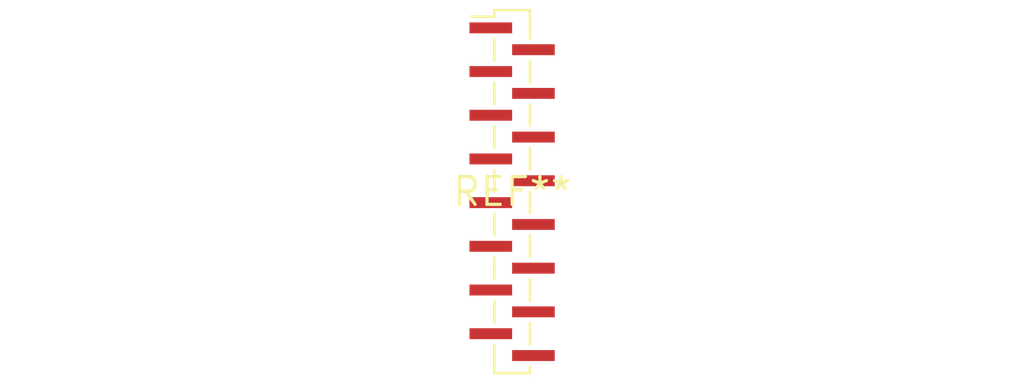
<source format=kicad_pcb>
(kicad_pcb (version 20240108) (generator pcbnew)
  (layers (0 "F.Cu" signal) (31 "B.Cu" signal) (34 "B.Paste" user) (35 "F.Paste" user) (36 "B.SilkS" user "B.Silkscreen") (37 "F.SilkS" user "F.Silkscreen") (38 "B.Mask" user) (39 "F.Mask" user) (44 "Edge.Cuts" user))
  (net 0 "")
  (footprint "PinSocket_1x16_P1.00mm_Vertical_SMD_Pin1Left" (layer "F.Cu") (at 0 0)
    (property "Reference" "REF**")
    (property "Value" "PinSocket_1x16_P1.00mm_Vertical_SMD_Pin1Left")
    (fp_line (start -1.89 -8.01) (end -0.81 -8.01) (layer "F.SilkS") (stroke (width 0.12)))
    (fp_line (start -0.81 -8.31) (end -0.81 -8.01) (layer "F.SilkS") (stroke (width 0.12)))
    (fp_line (start -0.81 -8.31) (end 0.81 -8.31) (layer "F.SilkS") (stroke (width 0.12)))
    (fp_line (start -0.81 -6.99) (end -0.81 -6.01) (layer "F.SilkS") (stroke (width 0.12)))
    (fp_line (start -0.81 -4.99) (end -0.81 -4.01) (layer "F.SilkS") (stroke (width 0.12)))
    (fp_line (start -0.81 -2.99) (end -0.81 -2.01) (layer "F.SilkS") (stroke (width 0.12)))
    (fp_line (start -0.81 -0.99) (end -0.81 -0.01) (layer "F.SilkS") (stroke (width 0.12)))
    (fp_line (start -0.81 1.01) (end -0.81 1.99) (layer "F.SilkS") (stroke (width 0.12)))
    (fp_line (start -0.81 3.01) (end -0.81 3.99) (layer "F.SilkS") (stroke (width 0.12)))
    (fp_line (start -0.81 5.01) (end -0.81 5.99) (layer "F.SilkS") (stroke (width 0.12)))
    (fp_line (start -0.81 7.01) (end -0.81 8.31) (layer "F.SilkS") (stroke (width 0.12)))
    (fp_line (start -0.81 8.31) (end 0.81 8.31) (layer "F.SilkS") (stroke (width 0.12)))
    (fp_line (start 0.81 -8.31) (end 0.81 -7.01) (layer "F.SilkS") (stroke (width 0.12)))
    (fp_line (start 0.81 -5.99) (end 0.81 -5.01) (layer "F.SilkS") (stroke (width 0.12)))
    (fp_line (start 0.81 -3.99) (end 0.81 -3.01) (layer "F.SilkS") (stroke (width 0.12)))
    (fp_line (start 0.81 -1.99) (end 0.81 -1.01) (layer "F.SilkS") (stroke (width 0.12)))
    (fp_line (start 0.81 0.01) (end 0.81 0.99) (layer "F.SilkS") (stroke (width 0.12)))
    (fp_line (start 0.81 2.01) (end 0.81 2.99) (layer "F.SilkS") (stroke (width 0.12)))
    (fp_line (start 0.81 4.01) (end 0.81 4.99) (layer "F.SilkS") (stroke (width 0.12)))
    (fp_line (start 0.81 6.01) (end 0.81 6.99) (layer "F.SilkS") (stroke (width 0.12)))
    (fp_line (start 0.81 8.01) (end 0.81 8.31) (layer "F.SilkS") (stroke (width 0.12)))
    (pad "1" smd rect (at -0.975 -7.5) (size 1.95 0.5) (layers "F.Cu" "F.Paste" "F.Mask"))
    (pad "2" smd rect (at 0.975 -6.5) (size 1.95 0.5) (layers "F.Cu" "F.Paste" "F.Mask"))
    (pad "3" smd rect (at -0.975 -5.5) (size 1.95 0.5) (layers "F.Cu" "F.Paste" "F.Mask"))
    (pad "4" smd rect (at 0.975 -4.5) (size 1.95 0.5) (layers "F.Cu" "F.Paste" "F.Mask"))
    (pad "5" smd rect (at -0.975 -3.5) (size 1.95 0.5) (layers "F.Cu" "F.Paste" "F.Mask"))
    (pad "6" smd rect (at 0.975 -2.5) (size 1.95 0.5) (layers "F.Cu" "F.Paste" "F.Mask"))
    (pad "7" smd rect (at -0.975 -1.5) (size 1.95 0.5) (layers "F.Cu" "F.Paste" "F.Mask"))
    (pad "8" smd rect (at 0.975 -0.5) (size 1.95 0.5) (layers "F.Cu" "F.Paste" "F.Mask"))
    (pad "9" smd rect (at -0.975 0.5) (size 1.95 0.5) (layers "F.Cu" "F.Paste" "F.Mask"))
    (pad "10" smd rect (at 0.975 1.5) (size 1.95 0.5) (layers "F.Cu" "F.Paste" "F.Mask"))
    (pad "11" smd rect (at -0.975 2.5) (size 1.95 0.5) (layers "F.Cu" "F.Paste" "F.Mask"))
    (pad "12" smd rect (at 0.975 3.5) (size 1.95 0.5) (layers "F.Cu" "F.Paste" "F.Mask"))
    (pad "13" smd rect (at -0.975 4.5) (size 1.95 0.5) (layers "F.Cu" "F.Paste" "F.Mask"))
    (pad "14" smd rect (at 0.975 5.5) (size 1.95 0.5) (layers "F.Cu" "F.Paste" "F.Mask"))
    (pad "15" smd rect (at -0.975 6.5) (size 1.95 0.5) (layers "F.Cu" "F.Paste" "F.Mask"))
    (pad "16" smd rect (at 0.975 7.5) (size 1.95 0.5) (layers "F.Cu" "F.Paste" "F.Mask"))
  )
)
</source>
